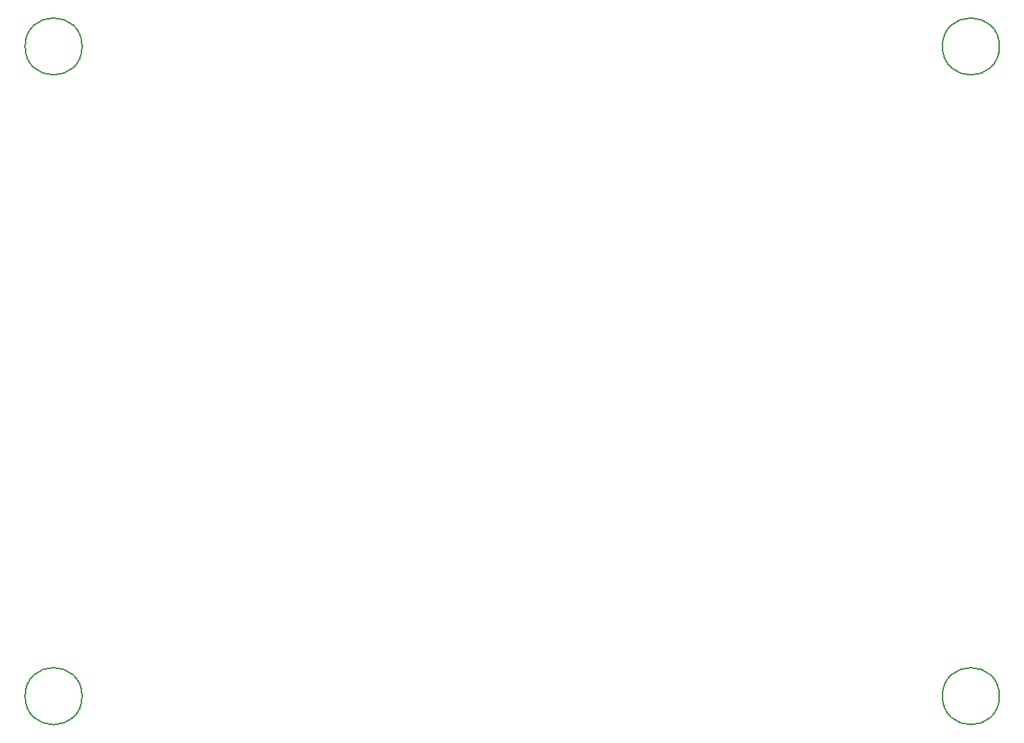
<source format=gbr>
%TF.GenerationSoftware,KiCad,Pcbnew,(6.0.10)*%
%TF.CreationDate,2023-04-13T16:58:55-06:00*%
%TF.ProjectId,RC12,52433132-2e6b-4696-9361-645f70636258,rev?*%
%TF.SameCoordinates,Original*%
%TF.FileFunction,Other,Comment*%
%FSLAX46Y46*%
G04 Gerber Fmt 4.6, Leading zero omitted, Abs format (unit mm)*
G04 Created by KiCad (PCBNEW (6.0.10)) date 2023-04-13 16:58:55*
%MOMM*%
%LPD*%
G01*
G04 APERTURE LIST*
%ADD10C,0.150000*%
G04 APERTURE END LIST*
D10*
%TO.C, *%
X31700000Y-96500000D02*
G75*
G03*
X31700000Y-96500000I-3200000J0D01*
G01*
X134700000Y-23500000D02*
G75*
G03*
X134700000Y-23500000I-3200000J0D01*
G01*
X31700000Y-23500000D02*
G75*
G03*
X31700000Y-23500000I-3200000J0D01*
G01*
X134700000Y-96500000D02*
G75*
G03*
X134700000Y-96500000I-3200000J0D01*
G01*
%TD*%
M02*

</source>
